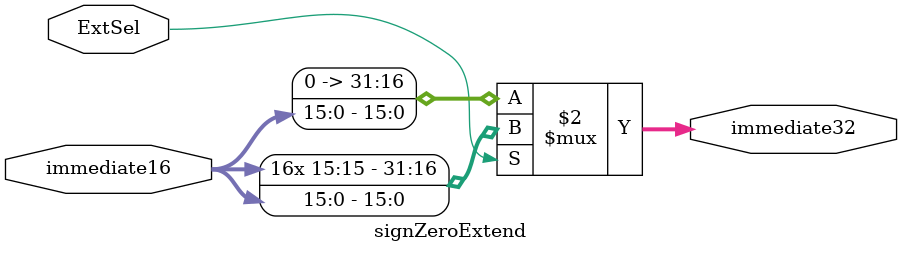
<source format=v>
module signZeroExtend(ExtSel,immediate16,immediate32);
input ExtSel;
input [15:0] immediate16;
output [31:0] immediate32;
assign immediate32 = ExtSel == 0 ? {{16{1'b0}},immediate16} : {{16{immediate16[15]}},immediate16};
endmodule
</source>
